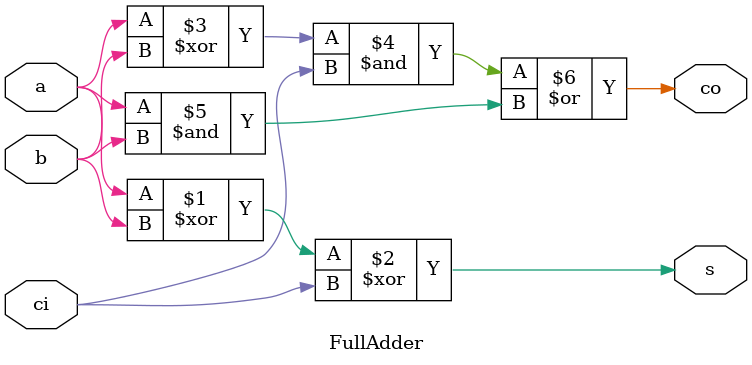
<source format=v>
`timescale 1ns / 1ps
module FullAdder(
	input wire a, b, ci,
	output wire s, co);
	
	assign s = a^b^ci;
	assign co = ((a^b)&ci) | (a&b);
	
endmodule

</source>
